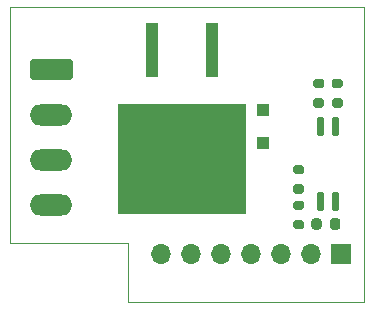
<source format=gbr>
%TF.GenerationSoftware,KiCad,Pcbnew,(5.1.8-0-10_14)*%
%TF.CreationDate,2020-11-29T00:29:28+01:00*%
%TF.ProjectId,FET_Driver,4645545f-4472-4697-9665-722e6b696361,rev?*%
%TF.SameCoordinates,Original*%
%TF.FileFunction,Soldermask,Top*%
%TF.FilePolarity,Negative*%
%FSLAX46Y46*%
G04 Gerber Fmt 4.6, Leading zero omitted, Abs format (unit mm)*
G04 Created by KiCad (PCBNEW (5.1.8-0-10_14)) date 2020-11-29 00:29:28*
%MOMM*%
%LPD*%
G01*
G04 APERTURE LIST*
%TA.AperFunction,Profile*%
%ADD10C,0.050000*%
%TD*%
%ADD11O,3.600000X1.800000*%
%ADD12R,10.800000X9.400000*%
%ADD13R,1.100000X4.600000*%
%ADD14O,1.700000X1.700000*%
%ADD15R,1.700000X1.700000*%
%ADD16R,1.100000X1.100000*%
G04 APERTURE END LIST*
D10*
X120000000Y-88000000D02*
X110000000Y-88000000D01*
X120000000Y-93000000D02*
X120000000Y-88000000D01*
X110000000Y-68000000D02*
X110000000Y-88000000D01*
X140000000Y-68000000D02*
X110000000Y-68000000D01*
X140000000Y-93000000D02*
X140000000Y-68000000D01*
X120000000Y-93000000D02*
X140000000Y-93000000D01*
D11*
%TO.C,J102*%
X113500000Y-84720000D03*
X113500000Y-80910000D03*
X113500000Y-77100000D03*
G36*
G01*
X111950000Y-72390000D02*
X115050000Y-72390000D01*
G75*
G02*
X115300000Y-72640000I0J-250000D01*
G01*
X115300000Y-73940000D01*
G75*
G02*
X115050000Y-74190000I-250000J0D01*
G01*
X111950000Y-74190000D01*
G75*
G02*
X111700000Y-73940000I0J250000D01*
G01*
X111700000Y-72640000D01*
G75*
G02*
X111950000Y-72390000I250000J0D01*
G01*
G37*
%TD*%
D12*
%TO.C,Q101*%
X124550000Y-80825000D03*
D13*
X122010000Y-71675000D03*
X127090000Y-71675000D03*
%TD*%
%TO.C,R103*%
G36*
G01*
X134165000Y-86035000D02*
X134715000Y-86035000D01*
G75*
G02*
X134915000Y-86235000I0J-200000D01*
G01*
X134915000Y-86635000D01*
G75*
G02*
X134715000Y-86835000I-200000J0D01*
G01*
X134165000Y-86835000D01*
G75*
G02*
X133965000Y-86635000I0J200000D01*
G01*
X133965000Y-86235000D01*
G75*
G02*
X134165000Y-86035000I200000J0D01*
G01*
G37*
G36*
G01*
X134165000Y-84385000D02*
X134715000Y-84385000D01*
G75*
G02*
X134915000Y-84585000I0J-200000D01*
G01*
X134915000Y-84985000D01*
G75*
G02*
X134715000Y-85185000I-200000J0D01*
G01*
X134165000Y-85185000D01*
G75*
G02*
X133965000Y-84985000I0J200000D01*
G01*
X133965000Y-84585000D01*
G75*
G02*
X134165000Y-84385000I200000J0D01*
G01*
G37*
%TD*%
D14*
%TO.C,J101*%
X122760000Y-88950000D03*
X125300000Y-88950000D03*
X127840000Y-88950000D03*
X130380000Y-88950000D03*
X132920000Y-88950000D03*
X135460000Y-88950000D03*
D15*
X138000000Y-88950000D03*
%TD*%
%TO.C,D102*%
G36*
G01*
X136380000Y-86113750D02*
X136380000Y-86626250D01*
G75*
G02*
X136161250Y-86845000I-218750J0D01*
G01*
X135723750Y-86845000D01*
G75*
G02*
X135505000Y-86626250I0J218750D01*
G01*
X135505000Y-86113750D01*
G75*
G02*
X135723750Y-85895000I218750J0D01*
G01*
X136161250Y-85895000D01*
G75*
G02*
X136380000Y-86113750I0J-218750D01*
G01*
G37*
G36*
G01*
X137955000Y-86113750D02*
X137955000Y-86626250D01*
G75*
G02*
X137736250Y-86845000I-218750J0D01*
G01*
X137298750Y-86845000D01*
G75*
G02*
X137080000Y-86626250I0J218750D01*
G01*
X137080000Y-86113750D01*
G75*
G02*
X137298750Y-85895000I218750J0D01*
G01*
X137736250Y-85895000D01*
G75*
G02*
X137955000Y-86113750I0J-218750D01*
G01*
G37*
%TD*%
%TO.C,U101*%
G36*
G01*
X136415000Y-78915000D02*
X136115000Y-78915000D01*
G75*
G02*
X135965000Y-78765000I0J150000D01*
G01*
X135965000Y-77440000D01*
G75*
G02*
X136115000Y-77290000I150000J0D01*
G01*
X136415000Y-77290000D01*
G75*
G02*
X136565000Y-77440000I0J-150000D01*
G01*
X136565000Y-78765000D01*
G75*
G02*
X136415000Y-78915000I-150000J0D01*
G01*
G37*
G36*
G01*
X137685000Y-78915000D02*
X137385000Y-78915000D01*
G75*
G02*
X137235000Y-78765000I0J150000D01*
G01*
X137235000Y-77440000D01*
G75*
G02*
X137385000Y-77290000I150000J0D01*
G01*
X137685000Y-77290000D01*
G75*
G02*
X137835000Y-77440000I0J-150000D01*
G01*
X137835000Y-78765000D01*
G75*
G02*
X137685000Y-78915000I-150000J0D01*
G01*
G37*
G36*
G01*
X137685000Y-85290000D02*
X137385000Y-85290000D01*
G75*
G02*
X137235000Y-85140000I0J150000D01*
G01*
X137235000Y-83815000D01*
G75*
G02*
X137385000Y-83665000I150000J0D01*
G01*
X137685000Y-83665000D01*
G75*
G02*
X137835000Y-83815000I0J-150000D01*
G01*
X137835000Y-85140000D01*
G75*
G02*
X137685000Y-85290000I-150000J0D01*
G01*
G37*
G36*
G01*
X136415000Y-85290000D02*
X136115000Y-85290000D01*
G75*
G02*
X135965000Y-85140000I0J150000D01*
G01*
X135965000Y-83815000D01*
G75*
G02*
X136115000Y-83665000I150000J0D01*
G01*
X136415000Y-83665000D01*
G75*
G02*
X136565000Y-83815000I0J-150000D01*
G01*
X136565000Y-85140000D01*
G75*
G02*
X136415000Y-85290000I-150000J0D01*
G01*
G37*
%TD*%
%TO.C,R901*%
G36*
G01*
X134165000Y-83025000D02*
X134715000Y-83025000D01*
G75*
G02*
X134915000Y-83225000I0J-200000D01*
G01*
X134915000Y-83625000D01*
G75*
G02*
X134715000Y-83825000I-200000J0D01*
G01*
X134165000Y-83825000D01*
G75*
G02*
X133965000Y-83625000I0J200000D01*
G01*
X133965000Y-83225000D01*
G75*
G02*
X134165000Y-83025000I200000J0D01*
G01*
G37*
G36*
G01*
X134165000Y-81375000D02*
X134715000Y-81375000D01*
G75*
G02*
X134915000Y-81575000I0J-200000D01*
G01*
X134915000Y-81975000D01*
G75*
G02*
X134715000Y-82175000I-200000J0D01*
G01*
X134165000Y-82175000D01*
G75*
G02*
X133965000Y-81975000I0J200000D01*
G01*
X133965000Y-81575000D01*
G75*
G02*
X134165000Y-81375000I200000J0D01*
G01*
G37*
%TD*%
%TO.C,R101*%
G36*
G01*
X137425000Y-75725000D02*
X137975000Y-75725000D01*
G75*
G02*
X138175000Y-75925000I0J-200000D01*
G01*
X138175000Y-76325000D01*
G75*
G02*
X137975000Y-76525000I-200000J0D01*
G01*
X137425000Y-76525000D01*
G75*
G02*
X137225000Y-76325000I0J200000D01*
G01*
X137225000Y-75925000D01*
G75*
G02*
X137425000Y-75725000I200000J0D01*
G01*
G37*
G36*
G01*
X137425000Y-74075000D02*
X137975000Y-74075000D01*
G75*
G02*
X138175000Y-74275000I0J-200000D01*
G01*
X138175000Y-74675000D01*
G75*
G02*
X137975000Y-74875000I-200000J0D01*
G01*
X137425000Y-74875000D01*
G75*
G02*
X137225000Y-74675000I0J200000D01*
G01*
X137225000Y-74275000D01*
G75*
G02*
X137425000Y-74075000I200000J0D01*
G01*
G37*
%TD*%
%TO.C,R102*%
G36*
G01*
X135855000Y-75725000D02*
X136405000Y-75725000D01*
G75*
G02*
X136605000Y-75925000I0J-200000D01*
G01*
X136605000Y-76325000D01*
G75*
G02*
X136405000Y-76525000I-200000J0D01*
G01*
X135855000Y-76525000D01*
G75*
G02*
X135655000Y-76325000I0J200000D01*
G01*
X135655000Y-75925000D01*
G75*
G02*
X135855000Y-75725000I200000J0D01*
G01*
G37*
G36*
G01*
X135855000Y-74075000D02*
X136405000Y-74075000D01*
G75*
G02*
X136605000Y-74275000I0J-200000D01*
G01*
X136605000Y-74675000D01*
G75*
G02*
X136405000Y-74875000I-200000J0D01*
G01*
X135855000Y-74875000D01*
G75*
G02*
X135655000Y-74675000I0J200000D01*
G01*
X135655000Y-74275000D01*
G75*
G02*
X135855000Y-74075000I200000J0D01*
G01*
G37*
%TD*%
D16*
%TO.C,D101*%
X131400000Y-76700000D03*
X131400000Y-79500000D03*
%TD*%
M02*

</source>
